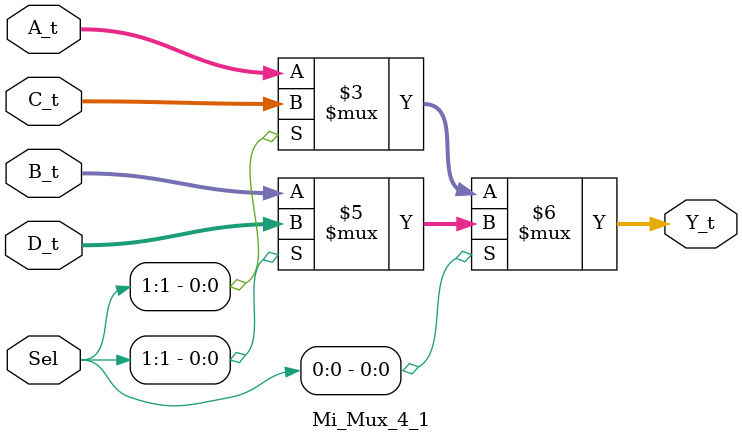
<source format=v>
`timescale 1ns / 1ps

module Mi_Mux_4_1(
    input [3:0] A_t,
    input [3:0] B_t,
    input [3:0] C_t,
    input [3:0] D_t,
    input [1:0] Sel,
    output [3:0] Y_t
    );
	 
	 assign Y_t = (Sel[0] == 0) ? (Sel[1] == 0 ? A_t : C_t) : (Sel[1] == 0 ? B_t : D_t);


endmodule

</source>
